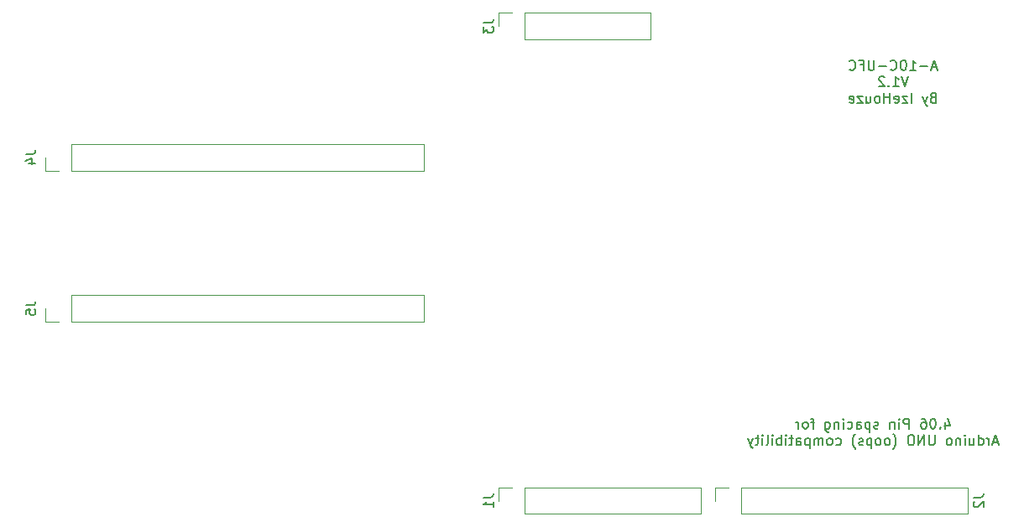
<source format=gbr>
G04 #@! TF.GenerationSoftware,KiCad,Pcbnew,(5.0.2)-1*
G04 #@! TF.CreationDate,2019-08-02T19:21:12-04:00*
G04 #@! TF.ProjectId,A-10C-UFC,412d3130-432d-4554-9643-2e6b69636164,1.2*
G04 #@! TF.SameCoordinates,Original*
G04 #@! TF.FileFunction,Legend,Bot*
G04 #@! TF.FilePolarity,Positive*
%FSLAX46Y46*%
G04 Gerber Fmt 4.6, Leading zero omitted, Abs format (unit mm)*
G04 Created by KiCad (PCBNEW (5.0.2)-1) date 8/2/2019 7:21:12 PM*
%MOMM*%
%LPD*%
G01*
G04 APERTURE LIST*
%ADD10C,0.150000*%
%ADD11C,0.120000*%
G04 APERTURE END LIST*
D10*
X305356304Y-106351914D02*
X305356304Y-107018580D01*
X305594400Y-105970961D02*
X305832495Y-106685247D01*
X305213447Y-106685247D01*
X304832495Y-106923342D02*
X304784876Y-106970961D01*
X304832495Y-107018580D01*
X304880114Y-106970961D01*
X304832495Y-106923342D01*
X304832495Y-107018580D01*
X304165828Y-106018580D02*
X304070590Y-106018580D01*
X303975352Y-106066200D01*
X303927733Y-106113819D01*
X303880114Y-106209057D01*
X303832495Y-106399533D01*
X303832495Y-106637628D01*
X303880114Y-106828104D01*
X303927733Y-106923342D01*
X303975352Y-106970961D01*
X304070590Y-107018580D01*
X304165828Y-107018580D01*
X304261066Y-106970961D01*
X304308685Y-106923342D01*
X304356304Y-106828104D01*
X304403923Y-106637628D01*
X304403923Y-106399533D01*
X304356304Y-106209057D01*
X304308685Y-106113819D01*
X304261066Y-106066200D01*
X304165828Y-106018580D01*
X302975352Y-106018580D02*
X303165828Y-106018580D01*
X303261066Y-106066200D01*
X303308685Y-106113819D01*
X303403923Y-106256676D01*
X303451542Y-106447152D01*
X303451542Y-106828104D01*
X303403923Y-106923342D01*
X303356304Y-106970961D01*
X303261066Y-107018580D01*
X303070590Y-107018580D01*
X302975352Y-106970961D01*
X302927733Y-106923342D01*
X302880114Y-106828104D01*
X302880114Y-106590009D01*
X302927733Y-106494771D01*
X302975352Y-106447152D01*
X303070590Y-106399533D01*
X303261066Y-106399533D01*
X303356304Y-106447152D01*
X303403923Y-106494771D01*
X303451542Y-106590009D01*
X301689638Y-107018580D02*
X301689638Y-106018580D01*
X301308685Y-106018580D01*
X301213447Y-106066200D01*
X301165828Y-106113819D01*
X301118209Y-106209057D01*
X301118209Y-106351914D01*
X301165828Y-106447152D01*
X301213447Y-106494771D01*
X301308685Y-106542390D01*
X301689638Y-106542390D01*
X300689638Y-107018580D02*
X300689638Y-106351914D01*
X300689638Y-106018580D02*
X300737257Y-106066200D01*
X300689638Y-106113819D01*
X300642019Y-106066200D01*
X300689638Y-106018580D01*
X300689638Y-106113819D01*
X300213447Y-106351914D02*
X300213447Y-107018580D01*
X300213447Y-106447152D02*
X300165828Y-106399533D01*
X300070590Y-106351914D01*
X299927733Y-106351914D01*
X299832495Y-106399533D01*
X299784876Y-106494771D01*
X299784876Y-107018580D01*
X298594400Y-106970961D02*
X298499161Y-107018580D01*
X298308685Y-107018580D01*
X298213447Y-106970961D01*
X298165828Y-106875723D01*
X298165828Y-106828104D01*
X298213447Y-106732866D01*
X298308685Y-106685247D01*
X298451542Y-106685247D01*
X298546780Y-106637628D01*
X298594400Y-106542390D01*
X298594400Y-106494771D01*
X298546780Y-106399533D01*
X298451542Y-106351914D01*
X298308685Y-106351914D01*
X298213447Y-106399533D01*
X297737257Y-106351914D02*
X297737257Y-107351914D01*
X297737257Y-106399533D02*
X297642019Y-106351914D01*
X297451542Y-106351914D01*
X297356304Y-106399533D01*
X297308685Y-106447152D01*
X297261066Y-106542390D01*
X297261066Y-106828104D01*
X297308685Y-106923342D01*
X297356304Y-106970961D01*
X297451542Y-107018580D01*
X297642019Y-107018580D01*
X297737257Y-106970961D01*
X296403923Y-107018580D02*
X296403923Y-106494771D01*
X296451542Y-106399533D01*
X296546780Y-106351914D01*
X296737257Y-106351914D01*
X296832495Y-106399533D01*
X296403923Y-106970961D02*
X296499161Y-107018580D01*
X296737257Y-107018580D01*
X296832495Y-106970961D01*
X296880114Y-106875723D01*
X296880114Y-106780485D01*
X296832495Y-106685247D01*
X296737257Y-106637628D01*
X296499161Y-106637628D01*
X296403923Y-106590009D01*
X295499161Y-106970961D02*
X295594400Y-107018580D01*
X295784876Y-107018580D01*
X295880114Y-106970961D01*
X295927733Y-106923342D01*
X295975352Y-106828104D01*
X295975352Y-106542390D01*
X295927733Y-106447152D01*
X295880114Y-106399533D01*
X295784876Y-106351914D01*
X295594400Y-106351914D01*
X295499161Y-106399533D01*
X295070590Y-107018580D02*
X295070590Y-106351914D01*
X295070590Y-106018580D02*
X295118209Y-106066200D01*
X295070590Y-106113819D01*
X295022971Y-106066200D01*
X295070590Y-106018580D01*
X295070590Y-106113819D01*
X294594400Y-106351914D02*
X294594400Y-107018580D01*
X294594400Y-106447152D02*
X294546780Y-106399533D01*
X294451542Y-106351914D01*
X294308685Y-106351914D01*
X294213447Y-106399533D01*
X294165828Y-106494771D01*
X294165828Y-107018580D01*
X293261066Y-106351914D02*
X293261066Y-107161438D01*
X293308685Y-107256676D01*
X293356304Y-107304295D01*
X293451542Y-107351914D01*
X293594400Y-107351914D01*
X293689638Y-107304295D01*
X293261066Y-106970961D02*
X293356304Y-107018580D01*
X293546780Y-107018580D01*
X293642019Y-106970961D01*
X293689638Y-106923342D01*
X293737257Y-106828104D01*
X293737257Y-106542390D01*
X293689638Y-106447152D01*
X293642019Y-106399533D01*
X293546780Y-106351914D01*
X293356304Y-106351914D01*
X293261066Y-106399533D01*
X292165828Y-106351914D02*
X291784876Y-106351914D01*
X292022971Y-107018580D02*
X292022971Y-106161438D01*
X291975352Y-106066200D01*
X291880114Y-106018580D01*
X291784876Y-106018580D01*
X291308685Y-107018580D02*
X291403923Y-106970961D01*
X291451542Y-106923342D01*
X291499161Y-106828104D01*
X291499161Y-106542390D01*
X291451542Y-106447152D01*
X291403923Y-106399533D01*
X291308685Y-106351914D01*
X291165828Y-106351914D01*
X291070590Y-106399533D01*
X291022971Y-106447152D01*
X290975352Y-106542390D01*
X290975352Y-106828104D01*
X291022971Y-106923342D01*
X291070590Y-106970961D01*
X291165828Y-107018580D01*
X291308685Y-107018580D01*
X290546780Y-107018580D02*
X290546780Y-106351914D01*
X290546780Y-106542390D02*
X290499161Y-106447152D01*
X290451542Y-106399533D01*
X290356304Y-106351914D01*
X290261066Y-106351914D01*
X310665828Y-108382866D02*
X310189638Y-108382866D01*
X310761066Y-108668580D02*
X310427733Y-107668580D01*
X310094400Y-108668580D01*
X309761066Y-108668580D02*
X309761066Y-108001914D01*
X309761066Y-108192390D02*
X309713447Y-108097152D01*
X309665828Y-108049533D01*
X309570590Y-108001914D01*
X309475352Y-108001914D01*
X308713447Y-108668580D02*
X308713447Y-107668580D01*
X308713447Y-108620961D02*
X308808685Y-108668580D01*
X308999161Y-108668580D01*
X309094400Y-108620961D01*
X309142019Y-108573342D01*
X309189638Y-108478104D01*
X309189638Y-108192390D01*
X309142019Y-108097152D01*
X309094400Y-108049533D01*
X308999161Y-108001914D01*
X308808685Y-108001914D01*
X308713447Y-108049533D01*
X307808685Y-108001914D02*
X307808685Y-108668580D01*
X308237257Y-108001914D02*
X308237257Y-108525723D01*
X308189638Y-108620961D01*
X308094400Y-108668580D01*
X307951542Y-108668580D01*
X307856304Y-108620961D01*
X307808685Y-108573342D01*
X307332495Y-108668580D02*
X307332495Y-108001914D01*
X307332495Y-107668580D02*
X307380114Y-107716200D01*
X307332495Y-107763819D01*
X307284876Y-107716200D01*
X307332495Y-107668580D01*
X307332495Y-107763819D01*
X306856304Y-108001914D02*
X306856304Y-108668580D01*
X306856304Y-108097152D02*
X306808685Y-108049533D01*
X306713447Y-108001914D01*
X306570590Y-108001914D01*
X306475352Y-108049533D01*
X306427733Y-108144771D01*
X306427733Y-108668580D01*
X305808685Y-108668580D02*
X305903923Y-108620961D01*
X305951542Y-108573342D01*
X305999161Y-108478104D01*
X305999161Y-108192390D01*
X305951542Y-108097152D01*
X305903923Y-108049533D01*
X305808685Y-108001914D01*
X305665828Y-108001914D01*
X305570590Y-108049533D01*
X305522971Y-108097152D01*
X305475352Y-108192390D01*
X305475352Y-108478104D01*
X305522971Y-108573342D01*
X305570590Y-108620961D01*
X305665828Y-108668580D01*
X305808685Y-108668580D01*
X304284876Y-107668580D02*
X304284876Y-108478104D01*
X304237257Y-108573342D01*
X304189638Y-108620961D01*
X304094400Y-108668580D01*
X303903923Y-108668580D01*
X303808685Y-108620961D01*
X303761066Y-108573342D01*
X303713447Y-108478104D01*
X303713447Y-107668580D01*
X303237257Y-108668580D02*
X303237257Y-107668580D01*
X302665828Y-108668580D01*
X302665828Y-107668580D01*
X301999161Y-107668580D02*
X301808685Y-107668580D01*
X301713447Y-107716200D01*
X301618209Y-107811438D01*
X301570590Y-108001914D01*
X301570590Y-108335247D01*
X301618209Y-108525723D01*
X301713447Y-108620961D01*
X301808685Y-108668580D01*
X301999161Y-108668580D01*
X302094400Y-108620961D01*
X302189638Y-108525723D01*
X302237257Y-108335247D01*
X302237257Y-108001914D01*
X302189638Y-107811438D01*
X302094400Y-107716200D01*
X301999161Y-107668580D01*
X300094400Y-109049533D02*
X300142019Y-109001914D01*
X300237257Y-108859057D01*
X300284876Y-108763819D01*
X300332495Y-108620961D01*
X300380114Y-108382866D01*
X300380114Y-108192390D01*
X300332495Y-107954295D01*
X300284876Y-107811438D01*
X300237257Y-107716200D01*
X300142019Y-107573342D01*
X300094400Y-107525723D01*
X299570590Y-108668580D02*
X299665828Y-108620961D01*
X299713447Y-108573342D01*
X299761066Y-108478104D01*
X299761066Y-108192390D01*
X299713447Y-108097152D01*
X299665828Y-108049533D01*
X299570590Y-108001914D01*
X299427733Y-108001914D01*
X299332495Y-108049533D01*
X299284876Y-108097152D01*
X299237257Y-108192390D01*
X299237257Y-108478104D01*
X299284876Y-108573342D01*
X299332495Y-108620961D01*
X299427733Y-108668580D01*
X299570590Y-108668580D01*
X298665828Y-108668580D02*
X298761066Y-108620961D01*
X298808685Y-108573342D01*
X298856304Y-108478104D01*
X298856304Y-108192390D01*
X298808685Y-108097152D01*
X298761066Y-108049533D01*
X298665828Y-108001914D01*
X298522971Y-108001914D01*
X298427733Y-108049533D01*
X298380114Y-108097152D01*
X298332495Y-108192390D01*
X298332495Y-108478104D01*
X298380114Y-108573342D01*
X298427733Y-108620961D01*
X298522971Y-108668580D01*
X298665828Y-108668580D01*
X297903923Y-108001914D02*
X297903923Y-109001914D01*
X297903923Y-108049533D02*
X297808685Y-108001914D01*
X297618209Y-108001914D01*
X297522971Y-108049533D01*
X297475352Y-108097152D01*
X297427733Y-108192390D01*
X297427733Y-108478104D01*
X297475352Y-108573342D01*
X297522971Y-108620961D01*
X297618209Y-108668580D01*
X297808685Y-108668580D01*
X297903923Y-108620961D01*
X297046780Y-108620961D02*
X296951542Y-108668580D01*
X296761066Y-108668580D01*
X296665828Y-108620961D01*
X296618209Y-108525723D01*
X296618209Y-108478104D01*
X296665828Y-108382866D01*
X296761066Y-108335247D01*
X296903923Y-108335247D01*
X296999161Y-108287628D01*
X297046780Y-108192390D01*
X297046780Y-108144771D01*
X296999161Y-108049533D01*
X296903923Y-108001914D01*
X296761066Y-108001914D01*
X296665828Y-108049533D01*
X296284876Y-109049533D02*
X296237257Y-109001914D01*
X296142019Y-108859057D01*
X296094400Y-108763819D01*
X296046780Y-108620961D01*
X295999161Y-108382866D01*
X295999161Y-108192390D01*
X296046780Y-107954295D01*
X296094400Y-107811438D01*
X296142019Y-107716200D01*
X296237257Y-107573342D01*
X296284876Y-107525723D01*
X294332495Y-108620961D02*
X294427733Y-108668580D01*
X294618209Y-108668580D01*
X294713447Y-108620961D01*
X294761066Y-108573342D01*
X294808685Y-108478104D01*
X294808685Y-108192390D01*
X294761066Y-108097152D01*
X294713447Y-108049533D01*
X294618209Y-108001914D01*
X294427733Y-108001914D01*
X294332495Y-108049533D01*
X293761066Y-108668580D02*
X293856304Y-108620961D01*
X293903923Y-108573342D01*
X293951542Y-108478104D01*
X293951542Y-108192390D01*
X293903923Y-108097152D01*
X293856304Y-108049533D01*
X293761066Y-108001914D01*
X293618209Y-108001914D01*
X293522971Y-108049533D01*
X293475352Y-108097152D01*
X293427733Y-108192390D01*
X293427733Y-108478104D01*
X293475352Y-108573342D01*
X293522971Y-108620961D01*
X293618209Y-108668580D01*
X293761066Y-108668580D01*
X292999161Y-108668580D02*
X292999161Y-108001914D01*
X292999161Y-108097152D02*
X292951542Y-108049533D01*
X292856304Y-108001914D01*
X292713447Y-108001914D01*
X292618209Y-108049533D01*
X292570590Y-108144771D01*
X292570590Y-108668580D01*
X292570590Y-108144771D02*
X292522971Y-108049533D01*
X292427733Y-108001914D01*
X292284876Y-108001914D01*
X292189638Y-108049533D01*
X292142019Y-108144771D01*
X292142019Y-108668580D01*
X291665828Y-108001914D02*
X291665828Y-109001914D01*
X291665828Y-108049533D02*
X291570590Y-108001914D01*
X291380114Y-108001914D01*
X291284876Y-108049533D01*
X291237257Y-108097152D01*
X291189638Y-108192390D01*
X291189638Y-108478104D01*
X291237257Y-108573342D01*
X291284876Y-108620961D01*
X291380114Y-108668580D01*
X291570590Y-108668580D01*
X291665828Y-108620961D01*
X290332495Y-108668580D02*
X290332495Y-108144771D01*
X290380114Y-108049533D01*
X290475352Y-108001914D01*
X290665828Y-108001914D01*
X290761066Y-108049533D01*
X290332495Y-108620961D02*
X290427733Y-108668580D01*
X290665828Y-108668580D01*
X290761066Y-108620961D01*
X290808685Y-108525723D01*
X290808685Y-108430485D01*
X290761066Y-108335247D01*
X290665828Y-108287628D01*
X290427733Y-108287628D01*
X290332495Y-108240009D01*
X289999161Y-108001914D02*
X289618209Y-108001914D01*
X289856304Y-107668580D02*
X289856304Y-108525723D01*
X289808685Y-108620961D01*
X289713447Y-108668580D01*
X289618209Y-108668580D01*
X289284876Y-108668580D02*
X289284876Y-108001914D01*
X289284876Y-107668580D02*
X289332495Y-107716200D01*
X289284876Y-107763819D01*
X289237257Y-107716200D01*
X289284876Y-107668580D01*
X289284876Y-107763819D01*
X288808685Y-108668580D02*
X288808685Y-107668580D01*
X288808685Y-108049533D02*
X288713447Y-108001914D01*
X288522971Y-108001914D01*
X288427733Y-108049533D01*
X288380114Y-108097152D01*
X288332495Y-108192390D01*
X288332495Y-108478104D01*
X288380114Y-108573342D01*
X288427733Y-108620961D01*
X288522971Y-108668580D01*
X288713447Y-108668580D01*
X288808685Y-108620961D01*
X287903923Y-108668580D02*
X287903923Y-108001914D01*
X287903923Y-107668580D02*
X287951542Y-107716200D01*
X287903923Y-107763819D01*
X287856304Y-107716200D01*
X287903923Y-107668580D01*
X287903923Y-107763819D01*
X287284876Y-108668580D02*
X287380114Y-108620961D01*
X287427733Y-108525723D01*
X287427733Y-107668580D01*
X286903923Y-108668580D02*
X286903923Y-108001914D01*
X286903923Y-107668580D02*
X286951542Y-107716200D01*
X286903923Y-107763819D01*
X286856304Y-107716200D01*
X286903923Y-107668580D01*
X286903923Y-107763819D01*
X286570590Y-108001914D02*
X286189638Y-108001914D01*
X286427733Y-107668580D02*
X286427733Y-108525723D01*
X286380114Y-108620961D01*
X286284876Y-108668580D01*
X286189638Y-108668580D01*
X285951542Y-108001914D02*
X285713447Y-108668580D01*
X285475352Y-108001914D02*
X285713447Y-108668580D01*
X285808685Y-108906676D01*
X285856304Y-108954295D01*
X285951542Y-109001914D01*
X304456552Y-70500266D02*
X303980361Y-70500266D01*
X304551790Y-70785980D02*
X304218457Y-69785980D01*
X303885123Y-70785980D01*
X303551790Y-70405028D02*
X302789885Y-70405028D01*
X301789885Y-70785980D02*
X302361314Y-70785980D01*
X302075600Y-70785980D02*
X302075600Y-69785980D01*
X302170838Y-69928838D01*
X302266076Y-70024076D01*
X302361314Y-70071695D01*
X301170838Y-69785980D02*
X301075600Y-69785980D01*
X300980361Y-69833600D01*
X300932742Y-69881219D01*
X300885123Y-69976457D01*
X300837504Y-70166933D01*
X300837504Y-70405028D01*
X300885123Y-70595504D01*
X300932742Y-70690742D01*
X300980361Y-70738361D01*
X301075600Y-70785980D01*
X301170838Y-70785980D01*
X301266076Y-70738361D01*
X301313695Y-70690742D01*
X301361314Y-70595504D01*
X301408933Y-70405028D01*
X301408933Y-70166933D01*
X301361314Y-69976457D01*
X301313695Y-69881219D01*
X301266076Y-69833600D01*
X301170838Y-69785980D01*
X299837504Y-70690742D02*
X299885123Y-70738361D01*
X300027980Y-70785980D01*
X300123219Y-70785980D01*
X300266076Y-70738361D01*
X300361314Y-70643123D01*
X300408933Y-70547885D01*
X300456552Y-70357409D01*
X300456552Y-70214552D01*
X300408933Y-70024076D01*
X300361314Y-69928838D01*
X300266076Y-69833600D01*
X300123219Y-69785980D01*
X300027980Y-69785980D01*
X299885123Y-69833600D01*
X299837504Y-69881219D01*
X299408933Y-70405028D02*
X298647028Y-70405028D01*
X298170838Y-69785980D02*
X298170838Y-70595504D01*
X298123219Y-70690742D01*
X298075600Y-70738361D01*
X297980361Y-70785980D01*
X297789885Y-70785980D01*
X297694647Y-70738361D01*
X297647028Y-70690742D01*
X297599409Y-70595504D01*
X297599409Y-69785980D01*
X296789885Y-70262171D02*
X297123219Y-70262171D01*
X297123219Y-70785980D02*
X297123219Y-69785980D01*
X296647028Y-69785980D01*
X295694647Y-70690742D02*
X295742266Y-70738361D01*
X295885123Y-70785980D01*
X295980361Y-70785980D01*
X296123219Y-70738361D01*
X296218457Y-70643123D01*
X296266076Y-70547885D01*
X296313695Y-70357409D01*
X296313695Y-70214552D01*
X296266076Y-70024076D01*
X296218457Y-69928838D01*
X296123219Y-69833600D01*
X295980361Y-69785980D01*
X295885123Y-69785980D01*
X295742266Y-69833600D01*
X295694647Y-69881219D01*
X301599409Y-71435980D02*
X301266076Y-72435980D01*
X300932742Y-71435980D01*
X300075600Y-72435980D02*
X300647028Y-72435980D01*
X300361314Y-72435980D02*
X300361314Y-71435980D01*
X300456552Y-71578838D01*
X300551790Y-71674076D01*
X300647028Y-71721695D01*
X299647028Y-72340742D02*
X299599409Y-72388361D01*
X299647028Y-72435980D01*
X299694647Y-72388361D01*
X299647028Y-72340742D01*
X299647028Y-72435980D01*
X299218457Y-71531219D02*
X299170838Y-71483600D01*
X299075600Y-71435980D01*
X298837504Y-71435980D01*
X298742266Y-71483600D01*
X298694647Y-71531219D01*
X298647028Y-71626457D01*
X298647028Y-71721695D01*
X298694647Y-71864552D01*
X299266076Y-72435980D01*
X298647028Y-72435980D01*
X304099409Y-73562171D02*
X303956552Y-73609790D01*
X303908933Y-73657409D01*
X303861314Y-73752647D01*
X303861314Y-73895504D01*
X303908933Y-73990742D01*
X303956552Y-74038361D01*
X304051790Y-74085980D01*
X304432742Y-74085980D01*
X304432742Y-73085980D01*
X304099409Y-73085980D01*
X304004171Y-73133600D01*
X303956552Y-73181219D01*
X303908933Y-73276457D01*
X303908933Y-73371695D01*
X303956552Y-73466933D01*
X304004171Y-73514552D01*
X304099409Y-73562171D01*
X304432742Y-73562171D01*
X303527980Y-73419314D02*
X303289885Y-74085980D01*
X303051790Y-73419314D02*
X303289885Y-74085980D01*
X303385123Y-74324076D01*
X303432742Y-74371695D01*
X303527980Y-74419314D01*
X301908933Y-74085980D02*
X301908933Y-73085980D01*
X301527980Y-73419314D02*
X301004171Y-73419314D01*
X301527980Y-74085980D01*
X301004171Y-74085980D01*
X300242266Y-74038361D02*
X300337504Y-74085980D01*
X300527980Y-74085980D01*
X300623219Y-74038361D01*
X300670838Y-73943123D01*
X300670838Y-73562171D01*
X300623219Y-73466933D01*
X300527980Y-73419314D01*
X300337504Y-73419314D01*
X300242266Y-73466933D01*
X300194647Y-73562171D01*
X300194647Y-73657409D01*
X300670838Y-73752647D01*
X299766076Y-74085980D02*
X299766076Y-73085980D01*
X299766076Y-73562171D02*
X299194647Y-73562171D01*
X299194647Y-74085980D02*
X299194647Y-73085980D01*
X298575600Y-74085980D02*
X298670838Y-74038361D01*
X298718457Y-73990742D01*
X298766076Y-73895504D01*
X298766076Y-73609790D01*
X298718457Y-73514552D01*
X298670838Y-73466933D01*
X298575600Y-73419314D01*
X298432742Y-73419314D01*
X298337504Y-73466933D01*
X298289885Y-73514552D01*
X298242266Y-73609790D01*
X298242266Y-73895504D01*
X298289885Y-73990742D01*
X298337504Y-74038361D01*
X298432742Y-74085980D01*
X298575600Y-74085980D01*
X297385123Y-73419314D02*
X297385123Y-74085980D01*
X297813695Y-73419314D02*
X297813695Y-73943123D01*
X297766076Y-74038361D01*
X297670838Y-74085980D01*
X297527980Y-74085980D01*
X297432742Y-74038361D01*
X297385123Y-73990742D01*
X297004171Y-73419314D02*
X296480361Y-73419314D01*
X297004171Y-74085980D01*
X296480361Y-74085980D01*
X295718457Y-74038361D02*
X295813695Y-74085980D01*
X296004171Y-74085980D01*
X296099409Y-74038361D01*
X296147028Y-73943123D01*
X296147028Y-73562171D01*
X296099409Y-73466933D01*
X296004171Y-73419314D01*
X295813695Y-73419314D01*
X295718457Y-73466933D01*
X295670838Y-73562171D01*
X295670838Y-73657409D01*
X296147028Y-73752647D01*
D11*
G04 #@! TO.C,J2*
X307654000Y-112970000D02*
X307654000Y-115630000D01*
X284734000Y-112970000D02*
X307654000Y-112970000D01*
X284734000Y-115630000D02*
X307654000Y-115630000D01*
X284734000Y-112970000D02*
X284734000Y-115630000D01*
X283464000Y-112970000D02*
X282134000Y-112970000D01*
X282134000Y-112970000D02*
X282134000Y-114300000D01*
G04 #@! TO.C,J3*
X275650000Y-65014800D02*
X275650000Y-67674800D01*
X262890000Y-65014800D02*
X275650000Y-65014800D01*
X262890000Y-67674800D02*
X275650000Y-67674800D01*
X262890000Y-65014800D02*
X262890000Y-67674800D01*
X261620000Y-65014800D02*
X260290000Y-65014800D01*
X260290000Y-65014800D02*
X260290000Y-66344800D01*
G04 #@! TO.C,J1*
X280730000Y-112970000D02*
X280730000Y-115630000D01*
X262890000Y-112970000D02*
X280730000Y-112970000D01*
X262890000Y-115630000D02*
X280730000Y-115630000D01*
X262890000Y-112970000D02*
X262890000Y-115630000D01*
X261620000Y-112970000D02*
X260290000Y-112970000D01*
X260290000Y-112970000D02*
X260290000Y-114300000D01*
G04 #@! TO.C,J4*
X214570000Y-79603600D02*
X214570000Y-80933600D01*
X214570000Y-80933600D02*
X215900000Y-80933600D01*
X217170000Y-80933600D02*
X252790000Y-80933600D01*
X252790000Y-78273600D02*
X252790000Y-80933600D01*
X217170000Y-78273600D02*
X252790000Y-78273600D01*
X217170000Y-78273600D02*
X217170000Y-80933600D01*
G04 #@! TO.C,J5*
X217170000Y-93539000D02*
X217170000Y-96199000D01*
X217170000Y-93539000D02*
X252790000Y-93539000D01*
X252790000Y-93539000D02*
X252790000Y-96199000D01*
X217170000Y-96199000D02*
X252790000Y-96199000D01*
X214570000Y-96199000D02*
X215900000Y-96199000D01*
X214570000Y-94869000D02*
X214570000Y-96199000D01*
G04 #@! TO.C,J2*
D10*
X308193380Y-113966666D02*
X308907666Y-113966666D01*
X309050523Y-113919047D01*
X309145761Y-113823809D01*
X309193380Y-113680952D01*
X309193380Y-113585714D01*
X308288619Y-114395238D02*
X308241000Y-114442857D01*
X308193380Y-114538095D01*
X308193380Y-114776190D01*
X308241000Y-114871428D01*
X308288619Y-114919047D01*
X308383857Y-114966666D01*
X308479095Y-114966666D01*
X308621952Y-114919047D01*
X309193380Y-114347619D01*
X309193380Y-114966666D01*
G04 #@! TO.C,J3*
X258742380Y-66011466D02*
X259456666Y-66011466D01*
X259599523Y-65963847D01*
X259694761Y-65868609D01*
X259742380Y-65725752D01*
X259742380Y-65630514D01*
X258742380Y-66392419D02*
X258742380Y-67011466D01*
X259123333Y-66678133D01*
X259123333Y-66820990D01*
X259170952Y-66916228D01*
X259218571Y-66963847D01*
X259313809Y-67011466D01*
X259551904Y-67011466D01*
X259647142Y-66963847D01*
X259694761Y-66916228D01*
X259742380Y-66820990D01*
X259742380Y-66535276D01*
X259694761Y-66440038D01*
X259647142Y-66392419D01*
G04 #@! TO.C,J1*
X258742380Y-113966666D02*
X259456666Y-113966666D01*
X259599523Y-113919047D01*
X259694761Y-113823809D01*
X259742380Y-113680952D01*
X259742380Y-113585714D01*
X259742380Y-114966666D02*
X259742380Y-114395238D01*
X259742380Y-114680952D02*
X258742380Y-114680952D01*
X258885238Y-114585714D01*
X258980476Y-114490476D01*
X259028095Y-114395238D01*
G04 #@! TO.C,J4*
X212582380Y-79270266D02*
X213296666Y-79270266D01*
X213439523Y-79222647D01*
X213534761Y-79127409D01*
X213582380Y-78984552D01*
X213582380Y-78889314D01*
X212915714Y-80175028D02*
X213582380Y-80175028D01*
X212534761Y-79936933D02*
X213249047Y-79698838D01*
X213249047Y-80317885D01*
G04 #@! TO.C,J5*
X212582380Y-94535666D02*
X213296666Y-94535666D01*
X213439523Y-94488047D01*
X213534761Y-94392809D01*
X213582380Y-94249952D01*
X213582380Y-94154714D01*
X212582380Y-95488047D02*
X212582380Y-95011857D01*
X213058571Y-94964238D01*
X213010952Y-95011857D01*
X212963333Y-95107095D01*
X212963333Y-95345190D01*
X213010952Y-95440428D01*
X213058571Y-95488047D01*
X213153809Y-95535666D01*
X213391904Y-95535666D01*
X213487142Y-95488047D01*
X213534761Y-95440428D01*
X213582380Y-95345190D01*
X213582380Y-95107095D01*
X213534761Y-95011857D01*
X213487142Y-94964238D01*
G04 #@! TD*
M02*

</source>
